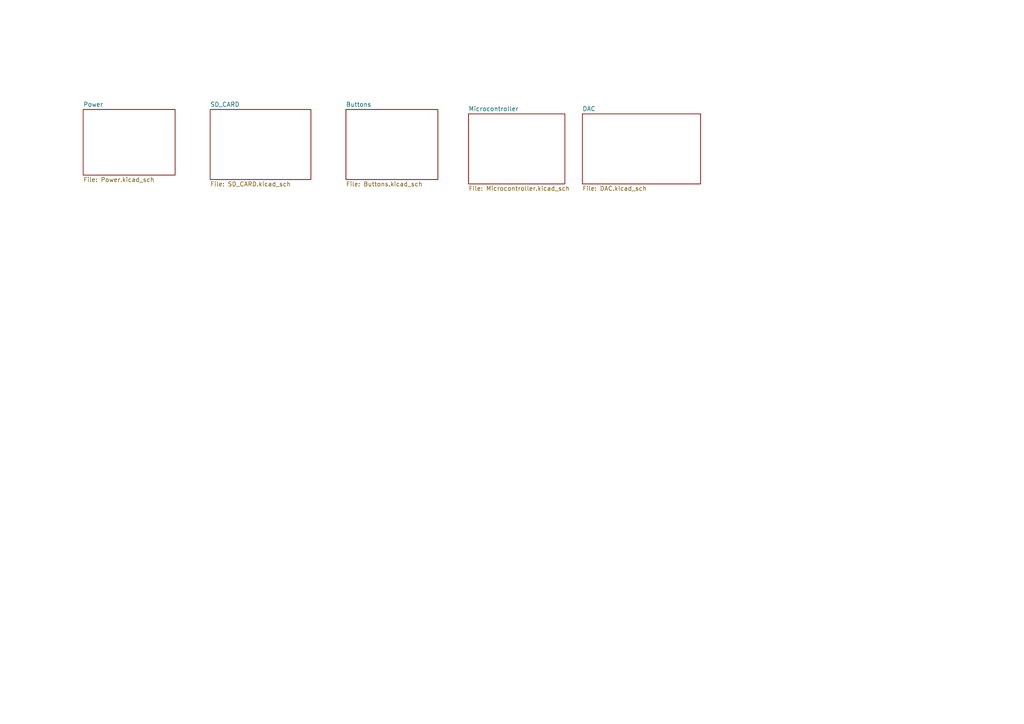
<source format=kicad_sch>
(kicad_sch (version 20211123) (generator eeschema)
  (paper "A4")
  (title_block (title "ESP32-S2 MP3") (rev "0.0.1") (company "Ryan Romig"))
  (lib_symbols)
  (sheet (at 24.13 31.75) (size 26.67 19.05) (stroke (width 0.1524))
    (property "Sheet name" "Power" (at 24.13 31.0384 0) (effects (justify left bottom)))
    (property "Sheet file" "Power.kicad_sch" (at 24.13 51.3846 0) (effects (justify left top)))
  )
  (sheet (at 135.89 33.02) (size 27.94 20.32) (stroke (width 0.1524))
    (property "Sheet name" "Microcontroller" (at 135.89 32.3084 0) (effects (justify left bottom)))
    (property "Sheet file" "Microcontroller.kicad_sch" (at 135.89 53.9246 0) (effects (justify left top)))
  )
  (sheet (at 100.33 31.75) (size 26.67 20.32) (stroke (width 0.1524))
    (property "Sheet name" "Buttons" (at 100.33 31.0384 0) (effects (justify left bottom)))
    (property "Sheet file" "Buttons.kicad_sch" (at 100.33 52.6546 0) (effects (justify left top)))
  )
  (sheet (at 60.96 31.75) (size 29.21 20.32) (stroke (width 0.1524))
    (property "Sheet name" "SD_CARD" (at 60.96 31.0384 0) (effects (justify left bottom)))
    (property "Sheet file" "SD_CARD.kicad_sch" (at 60.96 52.6546 0) (effects (justify left top)))
  )
  (sheet (at 168.91 33.02) (size 34.29 20.32) (stroke (width 0.1524))
    (property "Sheet name" "DAC" (at 168.91 32.3084 0) (effects (justify left bottom)))
    (property "Sheet file" "DAC.kicad_sch" (at 168.91 53.9246 0) (effects (justify left top)))
  )
)
</source>
